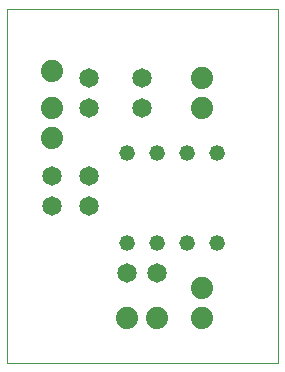
<source format=gtl>
G75*
%MOIN*%
%OFA0B0*%
%FSLAX24Y24*%
%IPPOS*%
%LPD*%
%AMOC8*
5,1,8,0,0,1.08239X$1,22.5*
%
%ADD10C,0.0000*%
%ADD11C,0.0520*%
%ADD12C,0.0650*%
%ADD13C,0.0740*%
D10*
X000350Y000350D02*
X000350Y012150D01*
X009405Y012150D01*
X009405Y000350D01*
X000350Y000350D01*
D11*
X004350Y004350D03*
X005350Y004350D03*
X006350Y004350D03*
X007350Y004350D03*
X007350Y007350D03*
X006350Y007350D03*
X005350Y007350D03*
X004350Y007350D03*
D12*
X004850Y008850D03*
X004850Y009850D03*
X003100Y009850D03*
X003100Y008850D03*
X003100Y006600D03*
X003100Y005600D03*
X001850Y005600D03*
X001850Y006600D03*
X004350Y003350D03*
X005350Y003350D03*
D13*
X005350Y001850D03*
X004350Y001850D03*
X006850Y001850D03*
X006850Y002850D03*
X006850Y008850D03*
X006850Y009850D03*
X001850Y010100D03*
X001850Y008850D03*
X001850Y007850D03*
M02*

</source>
